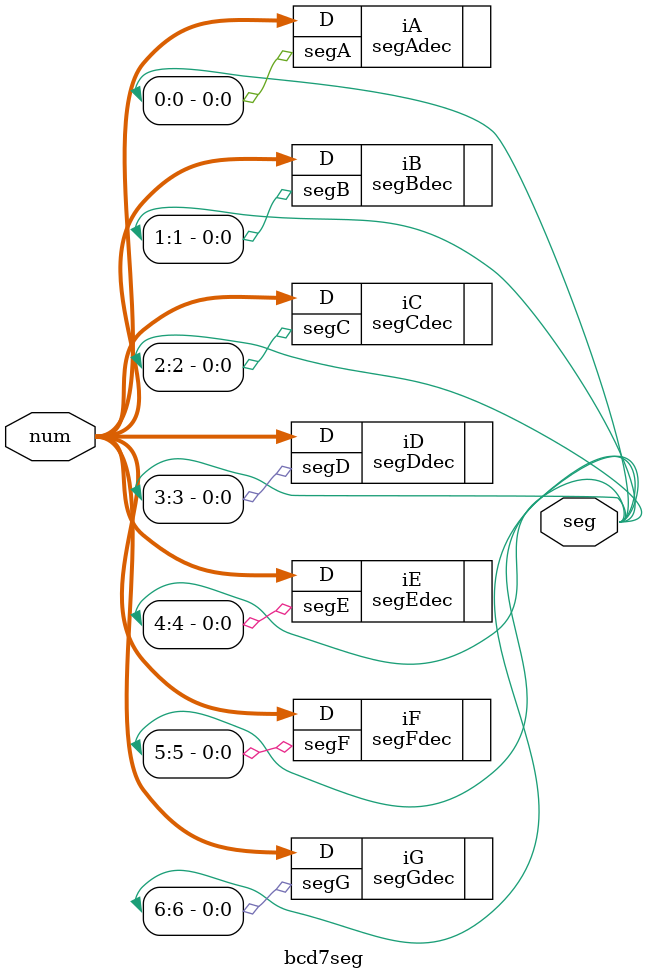
<source format=sv>
module bcd7seg(
  input 	[3:0] num,		// BCD number to display
  output	[6:0] seg		// seg[0]=A, seg[1]=B, ...
);

  ////////////////////////////////////////
  // Instantiate the 7 segment drivers //
  //////////////////////////////////////
  segAdec iA(.D(num),.segA(seg[0]));
  segBdec iB(.D(num),.segB(seg[1]));
  segCdec iC(.D(num),.segC(seg[2]));
  segDdec iD(.D(num),.segD(seg[3]));
  segEdec iE(.D(num),.segE(seg[4]));
  segFdec iF(.D(num),.segF(seg[5]));
  segGdec iG(.D(num),.segG(seg[6]));

endmodule  
</source>
